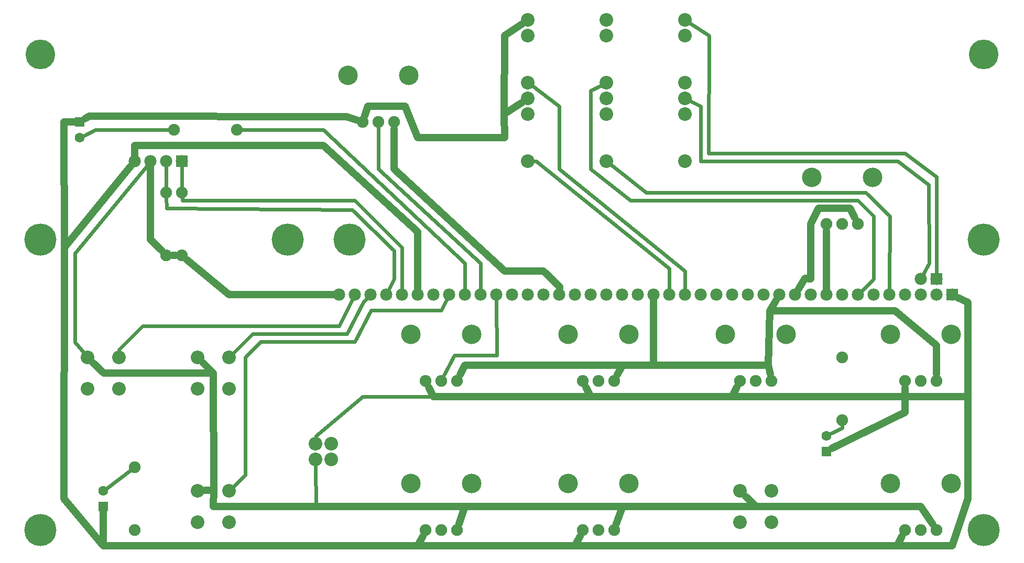
<source format=gbl>
G04 MADE WITH FRITZING*
G04 WWW.FRITZING.ORG*
G04 DOUBLE SIDED*
G04 HOLES PLATED*
G04 CONTOUR ON CENTER OF CONTOUR VECTOR*
%ASAXBY*%
%FSLAX23Y23*%
%MOIN*%
%OFA0B0*%
%SFA1.0B1.0*%
%ADD10C,0.204725*%
%ADD11C,0.188976*%
%ADD12C,0.075000*%
%ADD13C,0.074667*%
%ADD14C,0.074695*%
%ADD15C,0.124033*%
%ADD16C,0.062992*%
%ADD17C,0.087244*%
%ADD18C,0.078000*%
%ADD19R,0.062992X0.062992*%
%ADD20R,0.078000X0.078000*%
%ADD21C,0.024000*%
%ADD22C,0.048000*%
%LNCOPPER0*%
G90*
G70*
G54D10*
X1721Y2007D03*
G54D11*
X150Y3187D03*
G54D10*
X150Y157D03*
X150Y2007D03*
X2115Y2007D03*
G54D11*
X6150Y3187D03*
G54D10*
X6150Y157D03*
X6150Y2007D03*
G54D12*
X1000Y2707D03*
X1400Y2707D03*
X750Y157D03*
X750Y557D03*
X5250Y857D03*
X5250Y1257D03*
X1050Y2307D03*
X1050Y1907D03*
X950Y2307D03*
X950Y1907D03*
G54D13*
X5150Y2107D03*
X5250Y2107D03*
G54D14*
X5350Y2107D03*
G54D15*
X5056Y2403D03*
X5444Y2403D03*
G54D13*
X2600Y1107D03*
X2700Y1107D03*
G54D14*
X2800Y1107D03*
G54D15*
X2506Y1403D03*
X2894Y1403D03*
G54D13*
X2600Y157D03*
X2700Y157D03*
G54D14*
X2800Y157D03*
G54D15*
X2506Y453D03*
X2894Y453D03*
G54D13*
X3600Y1107D03*
X3700Y1107D03*
G54D14*
X3800Y1107D03*
G54D15*
X3506Y1403D03*
X3894Y1403D03*
G54D13*
X3600Y157D03*
X3700Y157D03*
G54D14*
X3800Y157D03*
G54D15*
X3506Y453D03*
X3894Y453D03*
G54D13*
X4600Y1107D03*
X4700Y1107D03*
G54D14*
X4800Y1107D03*
G54D15*
X4506Y1403D03*
X4894Y1403D03*
G54D13*
X5650Y1107D03*
X5750Y1107D03*
G54D14*
X5850Y1107D03*
G54D15*
X5556Y1403D03*
X5944Y1403D03*
G54D13*
X5650Y157D03*
X5750Y157D03*
G54D14*
X5850Y157D03*
G54D15*
X5556Y453D03*
X5944Y453D03*
G54D13*
X2200Y2757D03*
X2300Y2757D03*
G54D14*
X2400Y2757D03*
G54D15*
X2106Y3053D03*
X2494Y3053D03*
G54D16*
X550Y309D03*
X550Y407D03*
X400Y2756D03*
X400Y2657D03*
X5150Y659D03*
X5150Y757D03*
G54D17*
X4250Y2907D03*
X4250Y2807D03*
X4250Y3007D03*
X4250Y3407D03*
X4250Y3307D03*
X4250Y2507D03*
X3750Y2507D03*
X3750Y2907D03*
X3750Y2807D03*
X3750Y3007D03*
X3750Y3407D03*
X3750Y3307D03*
X3250Y3007D03*
X4600Y407D03*
X4800Y407D03*
X4600Y207D03*
X4800Y207D03*
X1150Y407D03*
X1350Y407D03*
X1350Y207D03*
X1150Y207D03*
X650Y1257D03*
X450Y1057D03*
X450Y1257D03*
X650Y1057D03*
X1350Y1057D03*
X1150Y1057D03*
X1350Y1257D03*
X1150Y1257D03*
X3250Y3407D03*
X3250Y3307D03*
X3250Y2507D03*
X1900Y707D03*
X1900Y607D03*
X2000Y707D03*
X2000Y607D03*
X3250Y2907D03*
X3250Y2807D03*
G54D18*
X5950Y1657D03*
X5850Y1657D03*
X5750Y1657D03*
X5650Y1657D03*
X5550Y1657D03*
X5450Y1657D03*
X5350Y1657D03*
X5250Y1657D03*
X5150Y1657D03*
X5050Y1657D03*
X4950Y1657D03*
X4850Y1657D03*
X4750Y1657D03*
X4650Y1657D03*
X4550Y1657D03*
X4450Y1657D03*
X4350Y1657D03*
X4250Y1657D03*
X4150Y1657D03*
X4050Y1657D03*
X3950Y1657D03*
X3850Y1657D03*
X3750Y1657D03*
X3650Y1657D03*
X3550Y1657D03*
X3450Y1657D03*
X3350Y1657D03*
X3250Y1657D03*
X3150Y1657D03*
X3050Y1657D03*
X2950Y1657D03*
X2850Y1657D03*
X2750Y1657D03*
X2650Y1657D03*
X2550Y1657D03*
X2450Y1657D03*
X2350Y1657D03*
X2250Y1657D03*
X2150Y1657D03*
X2050Y1657D03*
X5850Y1757D03*
X5750Y1757D03*
X1050Y2507D03*
X950Y2507D03*
X850Y2507D03*
X750Y2507D03*
G54D19*
X550Y309D03*
X400Y2756D03*
X5150Y659D03*
G54D20*
X5950Y1657D03*
X5850Y1757D03*
X1050Y2507D03*
G54D21*
X1901Y306D02*
X1900Y573D01*
D02*
X1901Y757D02*
X1900Y742D01*
D02*
X2199Y1006D02*
X1901Y757D01*
D02*
X2650Y1007D02*
X2199Y1006D01*
G54D22*
D02*
X551Y1158D02*
X483Y1225D01*
D02*
X1250Y1158D02*
X1182Y1225D01*
D02*
X551Y1158D02*
X1250Y1158D01*
D02*
X1253Y412D02*
X1196Y410D01*
D02*
X1250Y1158D02*
X1253Y412D01*
D02*
X4701Y308D02*
X4633Y375D01*
G54D21*
D02*
X2150Y2257D02*
X2449Y1958D01*
D02*
X2449Y1958D02*
X2450Y1688D01*
D02*
X1051Y2257D02*
X2150Y2257D01*
D02*
X1051Y2279D02*
X1051Y2257D01*
D02*
X2399Y1939D02*
X2399Y1756D01*
D02*
X2399Y1756D02*
X2363Y1684D01*
D02*
X2134Y2199D02*
X2399Y1939D01*
D02*
X951Y2206D02*
X2134Y2199D01*
D02*
X950Y2279D02*
X951Y2206D01*
G54D22*
D02*
X850Y2008D02*
X922Y1936D01*
D02*
X850Y2466D02*
X850Y2008D01*
G54D21*
D02*
X1948Y2707D02*
X1429Y2707D01*
D02*
X2849Y1857D02*
X1948Y2707D01*
D02*
X2850Y1688D02*
X2849Y1857D01*
D02*
X500Y2707D02*
X424Y2669D01*
D02*
X971Y2707D02*
X500Y2707D01*
G54D22*
D02*
X1350Y1659D02*
X2009Y1658D01*
D02*
X1080Y1882D02*
X1350Y1659D01*
D02*
X5749Y308D02*
X5826Y193D01*
D02*
X4701Y308D02*
X5749Y308D01*
D02*
X4049Y1208D02*
X4050Y1616D01*
G54D21*
D02*
X1050Y2477D02*
X1050Y2336D01*
D02*
X950Y2477D02*
X950Y2336D01*
D02*
X2298Y2457D02*
X2950Y1857D01*
D02*
X2950Y1857D02*
X2950Y1688D01*
D02*
X2300Y2726D02*
X2298Y2457D01*
D02*
X4148Y1823D02*
X3302Y2506D01*
D02*
X3302Y2506D02*
X3285Y2506D01*
D02*
X4150Y1688D02*
X4148Y1823D01*
D02*
X3450Y2457D02*
X4250Y1806D01*
D02*
X4250Y1806D02*
X4250Y1688D01*
D02*
X3450Y2857D02*
X3450Y2457D01*
D02*
X3278Y2987D02*
X3450Y2857D01*
D02*
X3051Y1271D02*
X2782Y1271D01*
D02*
X2782Y1271D02*
X2714Y1136D01*
D02*
X3050Y1627D02*
X3051Y1271D01*
D02*
X1451Y1259D02*
X1451Y506D01*
D02*
X1451Y506D02*
X1350Y407D01*
D02*
X1549Y1356D02*
X1451Y1259D01*
D02*
X2150Y1356D02*
X1549Y1356D01*
D02*
X2251Y1558D02*
X2150Y1356D01*
D02*
X2698Y1557D02*
X2251Y1558D01*
D02*
X2736Y1631D02*
X2698Y1557D01*
D02*
X2100Y1407D02*
X1498Y1407D01*
D02*
X1498Y1407D02*
X1374Y1282D01*
D02*
X2201Y1608D02*
X2100Y1407D01*
D02*
X2229Y1636D02*
X2201Y1608D01*
D02*
X2049Y1457D02*
X799Y1457D01*
D02*
X799Y1457D02*
X650Y1306D01*
D02*
X2136Y1631D02*
X2049Y1457D01*
D02*
X650Y1306D02*
X650Y1292D01*
D02*
X571Y424D02*
X727Y540D01*
D02*
X5250Y808D02*
X5174Y770D01*
D02*
X5250Y829D02*
X5250Y808D01*
G54D22*
D02*
X749Y2606D02*
X749Y2549D01*
D02*
X1948Y2606D02*
X749Y2606D01*
D02*
X2550Y2059D02*
X1948Y2606D01*
D02*
X2550Y1699D02*
X2550Y2059D01*
D02*
X990Y1907D02*
X1010Y1907D01*
D02*
X2849Y1207D02*
X2819Y1146D01*
D02*
X3851Y1207D02*
X2849Y1207D01*
D02*
X3851Y1207D02*
X3820Y1146D01*
D02*
X4049Y1208D02*
X3851Y1207D01*
D02*
X4780Y1208D02*
X4049Y1208D01*
D02*
X4792Y1150D02*
X4780Y1208D01*
D02*
X5150Y1699D02*
X5150Y2065D01*
D02*
X4789Y1555D02*
X4780Y1208D01*
D02*
X5585Y1555D02*
X5849Y1333D01*
D02*
X4789Y1555D02*
X5585Y1555D01*
D02*
X5849Y1333D02*
X5850Y1150D01*
D02*
X4829Y1622D02*
X4789Y1555D01*
D02*
X5649Y907D02*
X5184Y676D01*
D02*
X5649Y1006D02*
X5649Y907D01*
D02*
X5649Y1006D02*
X6050Y1006D01*
D02*
X6050Y1006D02*
X6049Y357D01*
D02*
X5649Y1006D02*
X5650Y1065D01*
D02*
X6049Y357D02*
X5950Y57D01*
D02*
X6050Y1006D02*
X6050Y1608D01*
D02*
X4549Y1007D02*
X5649Y1006D01*
D02*
X5950Y57D02*
X5598Y57D01*
D02*
X6050Y1608D02*
X5987Y1639D01*
D02*
X4549Y1007D02*
X4580Y1069D01*
D02*
X5598Y57D02*
X5630Y119D01*
D02*
X3649Y1007D02*
X4549Y1007D01*
D02*
X3649Y1007D02*
X2650Y1007D01*
D02*
X2650Y1007D02*
X2619Y1069D01*
D02*
X3619Y1069D02*
X3649Y1007D01*
D02*
X458Y2795D02*
X2096Y2791D01*
D02*
X2096Y2791D02*
X2159Y2771D01*
D02*
X431Y2777D02*
X458Y2795D01*
D02*
X5598Y57D02*
X5630Y119D01*
D02*
X3549Y57D02*
X5598Y57D01*
D02*
X3549Y57D02*
X3581Y119D01*
D02*
X2550Y57D02*
X3549Y57D01*
D02*
X2550Y57D02*
X2581Y119D01*
D02*
X548Y58D02*
X2550Y57D01*
D02*
X548Y58D02*
X299Y357D01*
D02*
X301Y1957D02*
X299Y2757D01*
D02*
X299Y357D02*
X301Y1957D01*
D02*
X550Y271D02*
X548Y58D01*
D02*
X299Y2757D02*
X362Y2756D01*
D02*
X5011Y1761D02*
X4971Y1693D01*
D02*
X5049Y1759D02*
X5011Y1761D01*
D02*
X5049Y2107D02*
X5049Y1759D01*
D02*
X5100Y2206D02*
X5049Y2107D01*
D02*
X5299Y2206D02*
X5100Y2206D01*
D02*
X5330Y2146D02*
X5299Y2206D01*
D02*
X2234Y2858D02*
X2214Y2798D01*
D02*
X2468Y2858D02*
X2234Y2858D01*
D02*
X2548Y2657D02*
X2468Y2858D01*
D02*
X3101Y2657D02*
X2548Y2657D01*
D02*
X3098Y2806D02*
X3101Y2657D01*
D02*
X3098Y2806D02*
X3212Y2882D01*
D02*
X3101Y3309D02*
X3098Y2806D01*
D02*
X3212Y3382D02*
X3101Y3309D01*
D02*
X3851Y307D02*
X3814Y198D01*
D02*
X4701Y308D02*
X3852Y307D01*
D02*
X2849Y307D02*
X2813Y198D01*
D02*
X3851Y307D02*
X2849Y307D01*
D02*
X1250Y308D02*
X1253Y412D01*
D02*
X1901Y306D02*
X1250Y308D01*
D02*
X2849Y307D02*
X1901Y306D01*
D02*
X301Y1957D02*
X724Y2475D01*
G54D21*
D02*
X428Y1284D02*
X370Y1354D01*
D02*
X370Y1354D02*
X370Y1920D01*
D02*
X370Y1920D02*
X831Y2484D01*
D02*
X5850Y2408D02*
X5850Y1788D01*
D02*
X5648Y2556D02*
X5850Y2408D01*
D02*
X4400Y2558D02*
X5648Y2556D01*
D02*
X4402Y3306D02*
X4400Y2558D01*
D02*
X4279Y3388D02*
X4402Y3306D01*
D02*
X5801Y1857D02*
X5764Y1784D01*
D02*
X5799Y2358D02*
X5801Y1857D01*
D02*
X5601Y2509D02*
X5799Y2358D01*
D02*
X4350Y2508D02*
X5601Y2509D01*
D02*
X4350Y2857D02*
X4350Y2508D01*
D02*
X4281Y2892D02*
X4350Y2857D01*
G54D22*
D02*
X3102Y1806D02*
X2398Y2457D01*
D02*
X3350Y1806D02*
X3102Y1806D01*
D02*
X2398Y2457D02*
X2400Y2715D01*
D02*
X3451Y1709D02*
X3350Y1806D01*
D02*
X3451Y1699D02*
X3451Y1709D01*
G54D21*
D02*
X5551Y2156D02*
X5550Y1688D01*
D02*
X5400Y2307D02*
X5551Y2156D01*
D02*
X4002Y2306D02*
X5400Y2307D01*
D02*
X3777Y2486D02*
X4002Y2306D01*
D02*
X3650Y2957D02*
X3719Y2992D01*
D02*
X3650Y2457D02*
X3650Y2957D01*
D02*
X3902Y2257D02*
X3650Y2457D01*
D02*
X5349Y2257D02*
X3902Y2257D01*
D02*
X5450Y2156D02*
X5349Y2257D01*
D02*
X5449Y1759D02*
X5450Y2156D01*
D02*
X5371Y1679D02*
X5449Y1759D01*
G04 End of Copper0*
M02*
</source>
